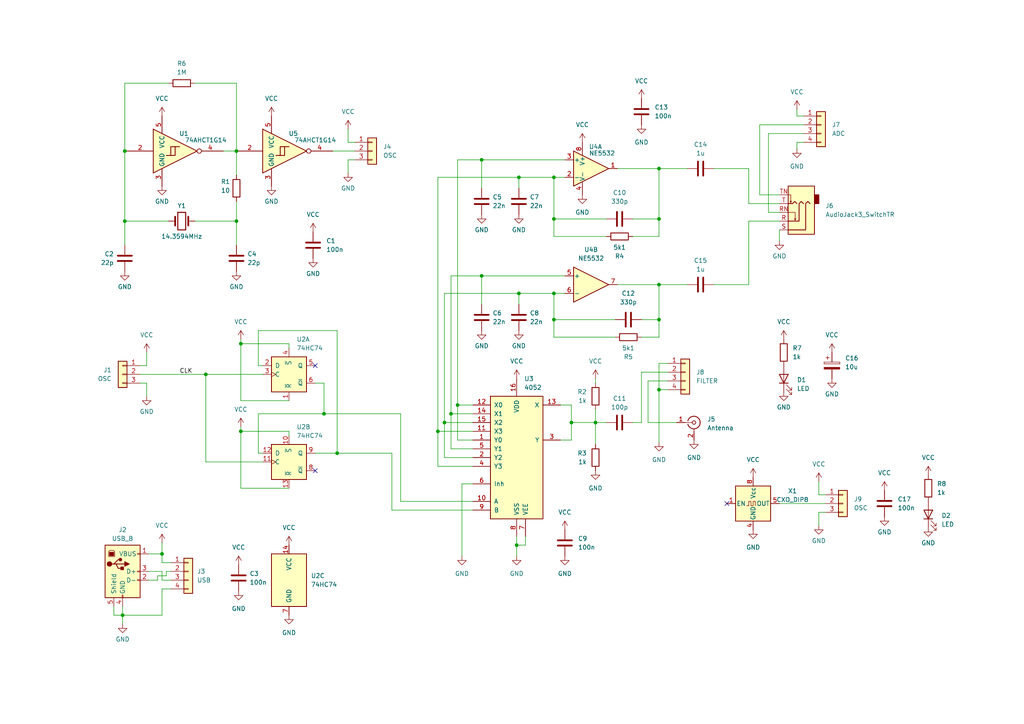
<source format=kicad_sch>
(kicad_sch (version 20230121) (generator eeschema)
  (paper "A4")
  (lib_symbols
    (symbol "4xxx:4052" (pin_names (offset 1.016))
      (property "Reference" "U" (at -7.62 19.05 0))
      (property "Value" "4052" (at -7.62 -19.05 0))
      (symbol "4052_1_0"
        (pin passive line (at -12.7 5.08 0) (length 5.08) (name "Y0") (number "1"))
        (pin input line (at -12.7 -12.7 0) (length 5.08) (name "A") (number "10"))
        (pin passive line (at -12.7 7.62 0) (length 5.08) (name "X3") (number "11"))
        (pin passive line (at -12.7 15.24 0) (length 5.08) (name "X0") (number "12"))
        (pin passive line (at 12.7 15.24 180) (length 5.08) (name "X") (number "13"))
        (pin passive line (at -12.7 12.7 0) (length 5.08) (name "X1") (number "14"))
        (pin passive line (at -12.7 10.16 0) (length 5.08) (name "X2") (number "15"))
        (pin power_in line (at 0 22.86 270) (length 5.08) (name "VDD") (number "16"))
        (pin passive line (at -12.7 0 0) (length 5.08) (name "Y2") (number "2"))
        (pin passive line (at 12.7 5.08 180) (length 5.08) (name "Y") (number "3"))
        (pin passive line (at -12.7 -2.54 0) (length 5.08) (name "Y3") (number "4"))
        (pin passive line (at -12.7 2.54 0) (length 5.08) (name "Y1") (number "5"))
        (pin input line (at -12.7 -7.62 0) (length 5.08) (name "Inh") (number "6"))
        (pin power_in line (at 2.54 -22.86 90) (length 5.08) (name "VEE") (number "7"))
        (pin power_in line (at 0 -22.86 90) (length 5.08) (name "VSS") (number "8"))
        (pin input line (at -12.7 -15.24 0) (length 5.08) (name "B") (number "9"))
      )
      (symbol "4052_1_1"
        (rectangle (start -7.62 17.78) (end 7.62 -17.78) (stroke (width 0.254)) (fill (type background)))
      )
    )
    (symbol "74xGxx:74AHCT1G14"
      (property "Reference" "U" (at -2.54 3.81 0))
      (property "Value" "74AHCT1G14" (at 0 -3.81 0))
      (symbol "74AHCT1G14_0_1"
        (polyline (pts (xy -2.54 -1.27) (xy -1.27 -1.27) (xy -1.27 1.27)) (stroke (width 0.254)) (fill (type background)))
        (polyline (pts (xy -7.62 6.35) (xy -7.62 -6.35) (xy 5.08 0) (xy -7.62 6.35)) (stroke (width 0.254)) (fill (type background)))
        (polyline (pts (xy -3.81 -1.27) (xy -2.54 -1.27) (xy -2.54 1.27) (xy 0 1.27)) (stroke (width 0.254)) (fill (type background)))
      )
      (symbol "74AHCT1G14_1_1"
        (pin input line (at -15.24 0 0) (length 7.62) (name "~") (number "2"))
        (pin power_in line (at -5.08 -10.16 90) (length 5.08) (name "GND") (number "3"))
        (pin output inverted (at 12.7 0 180) (length 7.62) (name "~") (number "4"))
        (pin power_in line (at -5.08 10.16 270) (length 5.08) (name "VCC") (number "5"))
      )
    )
    (symbol "74xx:74HC74" (pin_names (offset 1.016))
      (property "Reference" "U" (at -7.62 8.89 0))
      (property "Value" "74HC74" (at -7.62 -8.89 0))
      (symbol "74HC74_1_0"
        (pin input line (at 0 -7.62 90) (length 2.54) (name "~{R}") (number "1"))
        (pin input line (at -7.62 2.54 0) (length 2.54) (name "D") (number "2"))
        (pin input clock (at -7.62 0 0) (length 2.54) (name "C") (number "3"))
        (pin input line (at 0 7.62 270) (length 2.54) (name "~{S}") (number "4"))
        (pin output line (at 7.62 2.54 180) (length 2.54) (name "Q") (number "5"))
        (pin output line (at 7.62 -2.54 180) (length 2.54) (name "~{Q}") (number "6"))
      )
      (symbol "74HC74_1_1"
        (rectangle (start -5.08 5.08) (end 5.08 -5.08) (stroke (width 0.254)) (fill (type background)))
      )
      (symbol "74HC74_2_0"
        (pin input line (at 0 7.62 270) (length 2.54) (name "~{S}") (number "10"))
        (pin input clock (at -7.62 0 0) (length 2.54) (name "C") (number "11"))
        (pin input line (at -7.62 2.54 0) (length 2.54) (name "D") (number "12"))
        (pin input line (at 0 -7.62 90) (length 2.54) (name "~{R}") (number "13"))
        (pin output line (at 7.62 -2.54 180) (length 2.54) (name "~{Q}") (number "8"))
        (pin output line (at 7.62 2.54 180) (length 2.54) (name "Q") (number "9"))
      )
      (symbol "74HC74_2_1"
        (rectangle (start -5.08 5.08) (end 5.08 -5.08) (stroke (width 0.254)) (fill (type background)))
      )
      (symbol "74HC74_3_0"
        (pin power_in line (at 0 10.16 270) (length 2.54) (name "VCC") (number "14"))
        (pin power_in line (at 0 -10.16 90) (length 2.54) (name "GND") (number "7"))
      )
      (symbol "74HC74_3_1"
        (rectangle (start -5.08 7.62) (end 5.08 -7.62) (stroke (width 0.254)) (fill (type background)))
      )
    )
    (symbol "Amplifier_Operational:NE5532" (pin_names (offset 0.127))
      (property "Reference" "U" (at 0 5.08 0))
      (property "Value" "NE5532" (at 0 -5.08 0))
      (symbol "NE5532_1_1"
        (polyline (pts (xy -5.08 5.08) (xy 5.08 0) (xy -5.08 -5.08) (xy -5.08 5.08)) (stroke (width 0.254)) (fill (type background)))
        (pin output line (at 7.62 0 180) (length 2.54) (name "~") (number "1"))
        (pin input line (at -7.62 -2.54 0) (length 2.54) (name "-") (number "2"))
        (pin input line (at -7.62 2.54 0) (length 2.54) (name "+") (number "3"))
      )
      (symbol "NE5532_2_1"
        (polyline (pts (xy -5.08 5.08) (xy 5.08 0) (xy -5.08 -5.08) (xy -5.08 5.08)) (stroke (width 0.254)) (fill (type background)))
        (pin input line (at -7.62 2.54 0) (length 2.54) (name "+") (number "5"))
        (pin input line (at -7.62 -2.54 0) (length 2.54) (name "-") (number "6"))
        (pin output line (at 7.62 0 180) (length 2.54) (name "~") (number "7"))
      )
      (symbol "NE5532_3_1"
        (pin power_in line (at -2.54 -7.62 90) (length 3.81) (name "V-") (number "4"))
        (pin power_in line (at -2.54 7.62 270) (length 3.81) (name "V+") (number "8"))
      )
    )
    (symbol "Connector:Conn_Coaxial" (pin_names (offset 1.016) hide)
      (property "Reference" "J" (at 0.254 3.048 0))
      (property "Value" "Conn_Coaxial" (at 2.921 0 90))
      (symbol "Conn_Coaxial_0_1"
        (arc (start -1.778 -0.508) (mid 0.2311 -1.8066) (end 1.778 0) (stroke (width 0.254)))
        (polyline (pts (xy -2.54 0) (xy -0.508 0)))
        (polyline (pts (xy 0 -2.54) (xy 0 -1.778)))
        (circle (center 0 0) (radius 0.508) (stroke (width 0.2032)))
        (arc (start 1.778 0) (mid 0.2099 1.8101) (end -1.778 0.508) (stroke (width 0.254)))
      )
      (symbol "Conn_Coaxial_1_1"
        (pin passive line (at -5.08 0 0) (length 2.54) (name "In") (number "1"))
        (pin passive line (at 0 -5.08 90) (length 2.54) (name "Ext") (number "2"))
      )
    )
    (symbol "Connector:USB_B" (pin_names (offset 1.016))
      (property "Reference" "J" (at -5.08 11.43 0))
      (property "Value" "USB_B" (at -5.08 8.89 0))
      (symbol "USB_B_0_1"
        (rectangle (start -5.08 -7.62) (end 5.08 7.62) (stroke (width 0.254)) (fill (type background)))
        (circle (center -3.81 2.159) (radius 0.635) (stroke (width 0.254)) (fill (type outline)))
        (rectangle (start -3.81 5.588) (end -2.54 4.572) (fill (type outline)))
        (circle (center -0.635 3.429) (radius 0.381) (stroke (width 0.254)) (fill (type outline)))
        (rectangle (start -0.127 -7.62) (end 0.127 -6.858))
        (polyline (pts (xy -1.905 2.159) (xy 0.635 2.159)) (stroke (width 0.254)))
        (polyline (pts (xy -3.175 2.159) (xy -2.54 2.159) (xy -1.27 3.429) (xy -0.635 3.429)) (stroke (width 0.254)))
        (polyline (pts (xy -2.54 2.159) (xy -1.905 2.159) (xy -1.27 0.889) (xy 0 0.889)) (stroke (width 0.254)))
        (polyline (pts (xy 0.635 2.794) (xy 0.635 1.524) (xy 1.905 2.159) (xy 0.635 2.794)) (stroke (width 0.254)) (fill (type outline)))
        (polyline (pts (xy -4.064 4.318) (xy -2.286 4.318) (xy -2.286 5.715) (xy -2.667 6.096) (xy -3.683 6.096) (xy -4.064 5.715) (xy -4.064 4.318)))
        (rectangle (start 0.254 1.27) (end -0.508 0.508) (stroke (width 0.254)) (fill (type outline)))
        (rectangle (start 5.08 -2.667) (end 4.318 -2.413))
        (rectangle (start 5.08 -0.127) (end 4.318 0.127))
        (rectangle (start 5.08 4.953) (end 4.318 5.207))
      )
      (symbol "USB_B_1_1"
        (pin power_out line (at 7.62 5.08 180) (length 2.54) (name "VBUS") (number "1"))
        (pin bidirectional line (at 7.62 -2.54 180) (length 2.54) (name "D-") (number "2"))
        (pin bidirectional line (at 7.62 0 180) (length 2.54) (name "D+") (number "3"))
        (pin power_out line (at 0 -10.16 90) (length 2.54) (name "GND") (number "4"))
        (pin passive line (at -2.54 -10.16 90) (length 2.54) (name "Shield") (number "5"))
      )
    )
    (symbol "Connector_Audio:AudioJack3_SwitchTR"
      (property "Reference" "J" (at 0 8.89 0))
      (property "Value" "AudioJack3_SwitchTR" (at 0 6.35 0))
      (symbol "AudioJack3_SwitchTR_0_1"
        (rectangle (start -5.08 -5.08) (end -6.35 -7.62) (stroke (width 0.254)) (fill (type outline)))
        (polyline (pts (xy 0.508 -0.254) (xy 0.762 -0.762)))
        (polyline (pts (xy 1.778 -5.334) (xy 2.032 -5.842)))
        (polyline (pts (xy 0 -5.08) (xy 0.635 -5.715) (xy 1.27 -5.08) (xy 2.54 -5.08)) (stroke (width 0.254)))
        (polyline (pts (xy 2.54 -7.62) (xy 1.778 -7.62) (xy 1.778 -5.334) (xy 1.524 -5.842)))
        (polyline (pts (xy 2.54 -2.54) (xy 0.508 -2.54) (xy 0.508 -0.254) (xy 0.254 -0.762)))
        (polyline (pts (xy -1.905 -5.08) (xy -1.27 -5.715) (xy -0.635 -5.08) (xy -0.635 0) (xy 2.54 0)) (stroke (width 0.254)))
        (polyline (pts (xy 2.54 2.54) (xy -2.54 2.54) (xy -2.54 -5.08) (xy -3.175 -5.715) (xy -3.81 -5.08)) (stroke (width 0.254)))
        (rectangle (start 2.54 3.81) (end -5.08 -10.16) (stroke (width 0.254)) (fill (type background)))
      )
      (symbol "AudioJack3_SwitchTR_1_1"
        (pin passive line (at 5.08 0 180) (length 2.54) (name "~") (number "R"))
        (pin passive line (at 5.08 -2.54 180) (length 2.54) (name "~") (number "RN"))
        (pin passive line (at 5.08 2.54 180) (length 2.54) (name "~") (number "S"))
        (pin passive line (at 5.08 -5.08 180) (length 2.54) (name "~") (number "T"))
        (pin passive line (at 5.08 -7.62 180) (length 2.54) (name "~") (number "TN"))
      )
    )
    (symbol "Connector_Generic:Conn_01x03" (pin_names (offset 1.016) hide)
      (property "Reference" "J" (at 0 5.08 0))
      (property "Value" "Conn_01x03" (at 0 -5.08 0))
      (symbol "Conn_01x03_1_1"
        (rectangle (start -1.27 -2.413) (end 0 -2.667) (stroke (width 0.1524)))
        (rectangle (start -1.27 0.127) (end 0 -0.127) (stroke (width 0.1524)))
        (rectangle (start -1.27 2.667) (end 0 2.413) (stroke (width 0.1524)))
        (rectangle (start -1.27 3.81) (end 1.27 -3.81) (stroke (width 0.254)) (fill (type background)))
        (pin passive line (at -5.08 2.54 0) (length 3.81) (name "Pin_1") (number "1"))
        (pin passive line (at -5.08 0 0) (length 3.81) (name "Pin_2") (number "2"))
        (pin passive line (at -5.08 -2.54 0) (length 3.81) (name "Pin_3") (number "3"))
      )
    )
    (symbol "Connector_Generic:Conn_01x04" (pin_names (offset 1.016) hide)
      (property "Reference" "J" (at 0 5.08 0))
      (property "Value" "Conn_01x04" (at 0 -7.62 0))
      (symbol "Conn_01x04_1_1"
        (rectangle (start -1.27 -4.953) (end 0 -5.207) (stroke (width 0.1524)))
        (rectangle (start -1.27 -2.413) (end 0 -2.667) (stroke (width 0.1524)))
        (rectangle (start -1.27 0.127) (end 0 -0.127) (stroke (width 0.1524)))
        (rectangle (start -1.27 2.667) (end 0 2.413) (stroke (width 0.1524)))
        (rectangle (start -1.27 3.81) (end 1.27 -6.35) (stroke (width 0.254)) (fill (type background)))
        (pin passive line (at -5.08 2.54 0) (length 3.81) (name "Pin_1") (number "1"))
        (pin passive line (at -5.08 0 0) (length 3.81) (name "Pin_2") (number "2"))
        (pin passive line (at -5.08 -2.54 0) (length 3.81) (name "Pin_3") (number "3"))
        (pin passive line (at -5.08 -5.08 0) (length 3.81) (name "Pin_4") (number "4"))
      )
    )
    (symbol "Device:C" (pin_numbers hide) (pin_names (offset 0.254))
      (property "Reference" "C" (at 0.635 2.54 0))
      (property "Value" "C" (at 0.635 -2.54 0))
      (symbol "C_0_1"
        (polyline (pts (xy -2.032 -0.762) (xy 2.032 -0.762)) (stroke (width 0.508)))
        (polyline (pts (xy -2.032 0.762) (xy 2.032 0.762)) (stroke (width 0.508)))
      )
      (symbol "C_1_1"
        (pin passive line (at 0 3.81 270) (length 2.794) (name "~") (number "1"))
        (pin passive line (at 0 -3.81 90) (length 2.794) (name "~") (number "2"))
      )
    )
    (symbol "Device:C_Polarized" (pin_numbers hide) (pin_names (offset 0.254))
      (property "Reference" "C" (at 0.635 2.54 0))
      (property "Value" "C_Polarized" (at 0.635 -2.54 0))
      (symbol "C_Polarized_0_1"
        (rectangle (start -2.286 0.508) (end 2.286 1.016))
        (polyline (pts (xy -1.778 2.286) (xy -0.762 2.286)))
        (polyline (pts (xy -1.27 2.794) (xy -1.27 1.778)))
        (rectangle (start 2.286 -0.508) (end -2.286 -1.016) (fill (type outline)))
      )
      (symbol "C_Polarized_1_1"
        (pin passive line (at 0 3.81 270) (length 2.794) (name "~") (number "1"))
        (pin passive line (at 0 -3.81 90) (length 2.794) (name "~") (number "2"))
      )
    )
    (symbol "Device:Crystal" (pin_numbers hide) (pin_names (offset 1.016) hide)
      (property "Reference" "Y" (at 0 3.81 0))
      (property "Value" "Crystal" (at 0 -3.81 0))
      (symbol "Crystal_0_1"
        (rectangle (start -1.143 2.54) (end 1.143 -2.54) (stroke (width 0.3048)))
        (polyline (pts (xy -2.54 0) (xy -1.905 0)))
        (polyline (pts (xy -1.905 -1.27) (xy -1.905 1.27)) (stroke (width 0.508)))
        (polyline (pts (xy 1.905 -1.27) (xy 1.905 1.27)) (stroke (width 0.508)))
        (polyline (pts (xy 2.54 0) (xy 1.905 0)))
      )
      (symbol "Crystal_1_1"
        (pin passive line (at -3.81 0 0) (length 1.27) (name "1") (number "1"))
        (pin passive line (at 3.81 0 180) (length 1.27) (name "2") (number "2"))
      )
    )
    (symbol "Device:LED" (pin_numbers hide) (pin_names (offset 1.016) hide)
      (property "Reference" "D" (at 0 2.54 0))
      (property "Value" "LED" (at 0 -2.54 0))
      (symbol "LED_0_1"
        (polyline (pts (xy -1.27 -1.27) (xy -1.27 1.27)) (stroke (width 0.254)))
        (polyline (pts (xy -1.27 0) (xy 1.27 0)))
        (polyline (pts (xy 1.27 -1.27) (xy 1.27 1.27) (xy -1.27 0) (xy 1.27 -1.27)) (stroke (width 0.254)))
        (polyline (pts (xy -3.048 -0.762) (xy -4.572 -2.286) (xy -3.81 -2.286) (xy -4.572 -2.286) (xy -4.572 -1.524)))
        (polyline (pts (xy -1.778 -0.762) (xy -3.302 -2.286) (xy -2.54 -2.286) (xy -3.302 -2.286) (xy -3.302 -1.524)))
      )
      (symbol "LED_1_1"
        (pin passive line (at -3.81 0 0) (length 2.54) (name "K") (number "1"))
        (pin passive line (at 3.81 0 180) (length 2.54) (name "A") (number "2"))
      )
    )
    (symbol "Device:R" (pin_numbers hide) (pin_names (offset 0))
      (property "Reference" "R" (at 2.032 0 90))
      (property "Value" "R" (at 0 0 90))
      (symbol "R_0_1"
        (rectangle (start -1.016 -2.54) (end 1.016 2.54) (stroke (width 0.254)))
      )
      (symbol "R_1_1"
        (pin passive line (at 0 3.81 270) (length 1.27) (name "~") (number "1"))
        (pin passive line (at 0 -3.81 90) (length 1.27) (name "~") (number "2"))
      )
    )
    (symbol "Oscillator:CXO_DIP8" (pin_names (offset 0.254))
      (property "Reference" "X" (at -5.08 6.35 0))
      (property "Value" "CXO_DIP8" (at 1.27 -6.35 0))
      (symbol "CXO_DIP8_0_1"
        (rectangle (start -5.08 5.08) (end 5.08 -5.08) (stroke (width 0.254)) (fill (type background)))
        (polyline (pts (xy -1.905 -0.635) (xy -1.27 -0.635) (xy -1.27 0.635) (xy -0.635 0.635) (xy -0.635 -0.635) (xy 0 -0.635) (xy 0 0.635) (xy 0.635 0.635) (xy 0.635 -0.635)))
      )
      (symbol "CXO_DIP8_1_1"
        (pin input line (at -7.62 0 0) (length 2.54) (name "EN") (number "1"))
        (pin power_in line (at 0 -7.62 90) (length 2.54) (name "GND") (number "4"))
        (pin output line (at 7.62 0 180) (length 2.54) (name "OUT") (number "5"))
        (pin power_in line (at 0 7.62 270) (length 2.54) (name "Vcc") (number "8"))
      )
    )
    (symbol "power:GND" (power) (pin_names (offset 0))
      (property "Value" "GND" (at 0 -3.81 0))
      (symbol "GND_0_1"
        (polyline (pts (xy 0 0) (xy 0 -1.27) (xy 1.27 -1.27) (xy 0 -2.54) (xy -1.27 -1.27) (xy 0 -1.27)))
      )
      (symbol "GND_1_1"
        (pin power_in line (at 0 0 270) (length 0) hide (name "GND") (number "1"))
      )
    )
    (symbol "power:VCC" (power) (pin_names (offset 0))
      (property "Value" "VCC" (at 0 3.81 0))
      (symbol "VCC_0_1"
        (polyline (pts (xy -0.762 1.27) (xy 0 2.54)))
        (polyline (pts (xy 0 0) (xy 0 2.54)))
        (polyline (pts (xy 0 2.54) (xy 0.762 1.27)))
      )
      (symbol "VCC_1_1"
        (pin power_in line (at 0 0 90) (length 0) hide (name "VCC") (number "1"))
      )
    )
  )
  (junction (at 69.85 125.095))
  (junction (at 165.735 122.555))
  (junction (at 59.69 108.585))
  (junction (at 46.99 160.655))
  (junction (at 191.135 92.71))
  (junction (at 160.655 92.71))
  (junction (at 160.655 85.09))
  (junction (at 93.98 120.015))
  (junction (at 191.135 113.03))
  (junction (at 139.7 46.355))
  (junction (at 128.905 122.555))
  (junction (at 139.7 80.01))
  (junction (at 36.195 64.135))
  (junction (at 35.56 178.435))
  (junction (at 160.655 51.435))
  (junction (at 160.655 63.5))
  (junction (at 130.81 120.015))
  (junction (at 69.85 99.695))
  (junction (at 36.195 43.815))
  (junction (at 127 125.095))
  (junction (at 191.135 48.895))
  (junction (at 191.135 63.5))
  (junction (at 149.86 158.115))
  (junction (at 150.495 85.09))
  (junction (at 97.79 131.445))
  (junction (at 68.58 43.815))
  (junction (at 172.72 122.555))
  (junction (at 68.58 64.135))
  (junction (at 191.135 82.55))
  (junction (at 150.495 51.435))
  (junction (at 132.715 117.475))
  (no_connect (at 91.44 106.045))
  (no_connect (at 91.44 136.525))
  (no_connect (at 210.82 146.05))
  (wire (pts (xy 132.715 117.475) (xy 137.16 117.475)))
  (wire (pts (xy 165.735 117.475) (xy 165.735 122.555)))
  (wire (pts (xy 191.135 63.5) (xy 191.135 48.895)))
  (wire (pts (xy 46.99 160.655) (xy 46.99 157.48)))
  (wire (pts (xy 128.905 122.555) (xy 137.16 122.555)))
  (wire (pts (xy 83.82 126.365) (xy 83.82 125.095)))
  (wire (pts (xy 137.16 125.095) (xy 127 125.095)))
  (wire (pts (xy 83.82 100.965) (xy 83.82 99.695)))
  (wire (pts (xy 133.985 140.335) (xy 133.985 161.29)))
  (wire (pts (xy 97.79 95.885) (xy 97.79 131.445)))
  (wire (pts (xy 93.98 120.015) (xy 74.93 120.015)))
  (wire (pts (xy 48.26 165.735) (xy 49.53 165.735)))
  (wire (pts (xy 128.905 85.09) (xy 150.495 85.09)))
  (wire (pts (xy 193.675 110.49) (xy 187.96 110.49)))
  (wire (pts (xy 165.735 122.555) (xy 165.735 127.635)))
  (wire (pts (xy 137.16 127.635) (xy 132.715 127.635)))
  (wire (pts (xy 46.99 163.195) (xy 46.99 160.655)))
  (wire (pts (xy 42.545 102.235) (xy 42.545 106.045)))
  (wire (pts (xy 233.045 36.195) (xy 220.345 36.195)))
  (wire (pts (xy 217.17 64.135) (xy 226.06 64.135)))
  (wire (pts (xy 233.045 41.275) (xy 231.14 41.275)))
  (wire (pts (xy 187.96 110.49) (xy 187.96 122.555)))
  (wire (pts (xy 160.655 63.5) (xy 160.655 68.58)))
  (wire (pts (xy 74.93 131.445) (xy 76.2 131.445)))
  (wire (pts (xy 46.99 168.275) (xy 49.53 168.275)))
  (wire (pts (xy 152.4 158.115) (xy 149.86 158.115)))
  (wire (pts (xy 93.98 111.125) (xy 93.98 120.015)))
  (wire (pts (xy 132.715 127.635) (xy 132.715 117.475)))
  (wire (pts (xy 183.515 63.5) (xy 191.135 63.5)))
  (wire (pts (xy 191.135 105.41) (xy 193.675 105.41)))
  (wire (pts (xy 45.72 168.275) (xy 45.72 167.005)))
  (wire (pts (xy 76.2 133.985) (xy 59.69 133.985)))
  (wire (pts (xy 113.665 147.955) (xy 113.665 131.445)))
  (wire (pts (xy 191.135 113.03) (xy 191.135 105.41)))
  (wire (pts (xy 127 51.435) (xy 127 125.095)))
  (wire (pts (xy 178.435 92.71) (xy 160.655 92.71)))
  (wire (pts (xy 68.58 43.815) (xy 68.58 50.8)))
  (wire (pts (xy 69.85 98.425) (xy 69.85 99.695)))
  (wire (pts (xy 137.16 132.715) (xy 128.905 132.715)))
  (wire (pts (xy 35.56 175.895) (xy 35.56 178.435)))
  (wire (pts (xy 132.715 46.355) (xy 139.7 46.355)))
  (wire (pts (xy 149.86 158.115) (xy 149.86 161.29)))
  (wire (pts (xy 137.16 120.015) (xy 130.81 120.015)))
  (wire (pts (xy 165.735 122.555) (xy 172.72 122.555)))
  (wire (pts (xy 183.515 68.58) (xy 191.135 68.58)))
  (wire (pts (xy 40.64 108.585) (xy 59.69 108.585)))
  (wire (pts (xy 130.81 80.01) (xy 139.7 80.01)))
  (wire (pts (xy 68.58 64.135) (xy 68.58 71.12)))
  (wire (pts (xy 36.195 64.135) (xy 48.895 64.135)))
  (wire (pts (xy 83.82 125.095) (xy 69.85 125.095)))
  (wire (pts (xy 69.85 116.205) (xy 69.85 99.695)))
  (wire (pts (xy 130.81 120.015) (xy 130.81 80.01)))
  (wire (pts (xy 48.895 24.13) (xy 36.195 24.13)))
  (wire (pts (xy 149.86 155.575) (xy 149.86 158.115)))
  (wire (pts (xy 46.99 170.815) (xy 49.53 170.815)))
  (wire (pts (xy 186.055 97.79) (xy 191.135 97.79)))
  (wire (pts (xy 137.16 147.955) (xy 113.665 147.955)))
  (wire (pts (xy 237.49 148.59) (xy 237.49 152.4)))
  (wire (pts (xy 172.72 111.125) (xy 172.72 109.855)))
  (wire (pts (xy 191.135 113.03) (xy 193.675 113.03)))
  (wire (pts (xy 127 135.255) (xy 137.16 135.255)))
  (wire (pts (xy 68.58 24.13) (xy 68.58 43.815)))
  (wire (pts (xy 217.17 64.135) (xy 217.17 82.55)))
  (wire (pts (xy 74.93 95.885) (xy 74.93 106.045)))
  (wire (pts (xy 183.515 122.555) (xy 186.055 122.555)))
  (wire (pts (xy 175.895 63.5) (xy 160.655 63.5)))
  (wire (pts (xy 43.18 168.275) (xy 45.72 168.275)))
  (wire (pts (xy 36.195 43.815) (xy 36.83 43.815)))
  (wire (pts (xy 160.655 85.09) (xy 160.655 92.71)))
  (wire (pts (xy 139.7 80.01) (xy 163.83 80.01)))
  (wire (pts (xy 102.87 46.355) (xy 100.965 46.355)))
  (wire (pts (xy 172.72 118.745) (xy 172.72 122.555)))
  (wire (pts (xy 46.99 163.195) (xy 49.53 163.195)))
  (wire (pts (xy 102.87 41.275) (xy 100.965 41.275)))
  (wire (pts (xy 35.56 178.435) (xy 35.56 180.975)))
  (wire (pts (xy 231.14 31.75) (xy 231.14 33.655)))
  (wire (pts (xy 152.4 155.575) (xy 152.4 158.115)))
  (wire (pts (xy 36.195 43.815) (xy 36.195 64.135)))
  (wire (pts (xy 220.345 36.195) (xy 220.345 56.515)))
  (wire (pts (xy 46.99 178.435) (xy 35.56 178.435)))
  (wire (pts (xy 191.135 82.55) (xy 191.135 92.71)))
  (wire (pts (xy 231.14 33.655) (xy 233.045 33.655)))
  (wire (pts (xy 160.655 51.435) (xy 163.83 51.435)))
  (wire (pts (xy 56.515 24.13) (xy 68.58 24.13)))
  (wire (pts (xy 220.345 56.515) (xy 226.06 56.515)))
  (wire (pts (xy 36.195 64.135) (xy 36.195 71.12)))
  (wire (pts (xy 186.055 107.95) (xy 193.675 107.95)))
  (wire (pts (xy 191.135 92.71) (xy 191.135 97.79)))
  (wire (pts (xy 150.495 85.09) (xy 160.655 85.09)))
  (wire (pts (xy 59.69 133.985) (xy 59.69 108.585)))
  (wire (pts (xy 222.885 38.735) (xy 233.045 38.735)))
  (wire (pts (xy 69.85 123.825) (xy 69.85 125.095)))
  (wire (pts (xy 43.18 160.655) (xy 46.99 160.655)))
  (wire (pts (xy 139.7 46.355) (xy 139.7 54.61)))
  (wire (pts (xy 160.655 51.435) (xy 160.655 63.5)))
  (wire (pts (xy 186.055 92.71) (xy 191.135 92.71)))
  (wire (pts (xy 160.655 85.09) (xy 163.83 85.09)))
  (wire (pts (xy 150.495 85.09) (xy 150.495 88.265)))
  (wire (pts (xy 178.435 97.79) (xy 160.655 97.79)))
  (wire (pts (xy 36.195 24.13) (xy 36.195 43.815)))
  (wire (pts (xy 100.965 46.355) (xy 100.965 50.165)))
  (wire (pts (xy 175.895 68.58) (xy 160.655 68.58)))
  (wire (pts (xy 217.17 48.895) (xy 207.01 48.895)))
  (wire (pts (xy 83.82 141.605) (xy 69.85 141.605)))
  (wire (pts (xy 226.06 146.05) (xy 239.395 146.05)))
  (wire (pts (xy 132.715 117.475) (xy 132.715 46.355)))
  (wire (pts (xy 48.26 167.005) (xy 48.26 165.735)))
  (wire (pts (xy 128.905 132.715) (xy 128.905 122.555)))
  (wire (pts (xy 139.7 80.01) (xy 139.7 88.265)))
  (wire (pts (xy 116.205 120.015) (xy 93.98 120.015)))
  (wire (pts (xy 179.07 82.55) (xy 191.135 82.55)))
  (wire (pts (xy 137.16 140.335) (xy 133.985 140.335)))
  (wire (pts (xy 45.72 167.005) (xy 48.26 167.005)))
  (wire (pts (xy 130.81 120.015) (xy 130.81 130.175)))
  (wire (pts (xy 239.395 143.51) (xy 237.49 143.51)))
  (wire (pts (xy 172.72 122.555) (xy 175.895 122.555)))
  (wire (pts (xy 128.905 122.555) (xy 128.905 85.09)))
  (wire (pts (xy 162.56 117.475) (xy 165.735 117.475)))
  (wire (pts (xy 56.515 64.135) (xy 68.58 64.135)))
  (wire (pts (xy 96.52 43.815) (xy 102.87 43.815)))
  (wire (pts (xy 91.44 131.445) (xy 97.79 131.445)))
  (wire (pts (xy 130.81 130.175) (xy 137.16 130.175)))
  (wire (pts (xy 239.395 148.59) (xy 237.49 148.59)))
  (wire (pts (xy 97.79 95.885) (xy 74.93 95.885)))
  (wire (pts (xy 33.02 175.895) (xy 33.02 178.435)))
  (wire (pts (xy 42.545 111.125) (xy 42.545 114.935)))
  (wire (pts (xy 46.99 165.735) (xy 46.99 168.275)))
  (wire (pts (xy 33.02 178.435) (xy 35.56 178.435)))
  (wire (pts (xy 172.72 122.555) (xy 172.72 128.905)))
  (wire (pts (xy 68.58 58.42) (xy 68.58 64.135)))
  (wire (pts (xy 187.96 122.555) (xy 196.215 122.555)))
  (wire (pts (xy 116.205 145.415) (xy 116.205 120.015)))
  (wire (pts (xy 40.64 106.045) (xy 42.545 106.045)))
  (wire (pts (xy 222.885 61.595) (xy 222.885 38.735)))
  (wire (pts (xy 150.495 51.435) (xy 160.655 51.435)))
  (wire (pts (xy 46.99 170.815) (xy 46.99 178.435)))
  (wire (pts (xy 191.135 68.58) (xy 191.135 63.5)))
  (wire (pts (xy 237.49 139.7) (xy 237.49 143.51)))
  (wire (pts (xy 74.93 106.045) (xy 76.2 106.045)))
  (wire (pts (xy 186.055 122.555) (xy 186.055 107.95)))
  (wire (pts (xy 165.735 127.635) (xy 162.56 127.635)))
  (wire (pts (xy 217.17 59.055) (xy 217.17 48.895)))
  (wire (pts (xy 150.495 54.61) (xy 150.495 51.435)))
  (wire (pts (xy 113.665 131.445) (xy 97.79 131.445)))
  (wire (pts (xy 217.17 59.055) (xy 226.06 59.055)))
  (wire (pts (xy 64.77 43.815) (xy 68.58 43.815)))
  (wire (pts (xy 207.01 82.55) (xy 217.17 82.55)))
  (wire (pts (xy 100.965 37.465) (xy 100.965 41.275)))
  (wire (pts (xy 69.85 141.605) (xy 69.85 125.095)))
  (wire (pts (xy 191.135 82.55) (xy 199.39 82.55)))
  (wire (pts (xy 91.44 111.125) (xy 93.98 111.125)))
  (wire (pts (xy 231.14 41.275) (xy 231.14 43.18)))
  (wire (pts (xy 127 51.435) (xy 150.495 51.435)))
  (wire (pts (xy 83.82 116.205) (xy 69.85 116.205)))
  (wire (pts (xy 139.7 46.355) (xy 163.83 46.355)))
  (wire (pts (xy 226.06 61.595) (xy 222.885 61.595)))
  (wire (pts (xy 40.64 111.125) (xy 42.545 111.125)))
  (wire (pts (xy 43.18 165.735) (xy 46.99 165.735)))
  (wire (pts (xy 74.93 120.015) (xy 74.93 131.445)))
  (wire (pts (xy 83.82 99.695) (xy 69.85 99.695)))
  (wire (pts (xy 127 125.095) (xy 127 135.255)))
  (wire (pts (xy 59.69 108.585) (xy 76.2 108.585)))
  (wire (pts (xy 191.135 128.27) (xy 191.135 113.03)))
  (wire (pts (xy 160.655 92.71) (xy 160.655 97.79)))
  (wire (pts (xy 191.135 48.895) (xy 199.39 48.895)))
  (wire (pts (xy 226.06 66.675) (xy 226.06 69.85)))
  (wire (pts (xy 137.16 145.415) (xy 116.205 145.415)))
  (wire (pts (xy 179.07 48.895) (xy 191.135 48.895)))
  (label "CLK" (at 52.07 108.585 0))
  (symbol (lib_id "power:GND") (at 241.3 109.855 0) (unit 1)
    (property "Reference" "#PWR045" (effects hide))
    (property "Value" "GND" (at 241.3 114.3 0))
  )
  (symbol (lib_id "Connector_Generic:Conn_01x04") (at 54.61 165.735 0) (unit 1)
    (property "Reference" "J3" (at 57.15 165.735 0) (effects (justify left)))
    (property "Value" "USB" (at 57.15 168.275 0) (effects (justify left)))
    (property "Footprint" "Connector_PinHeader_2.54mm:PinHeader_1x04_P2.54mm_Vertical" (effects hide))
  )
  (symbol (lib_id "Device:C") (at 139.7 92.075 0) (unit 1)
    (property "Reference" "C6" (at 142.875 90.805 0) (effects (justify left)))
    (property "Value" "22n" (at 142.875 93.345 0) (effects (justify left)))
    (property "Footprint" "Capacitor_THT:C_Disc_D3.0mm_W1.6mm_P2.50mm" (effects hide))
  )
  (symbol (lib_id "power:GND") (at 163.83 161.29 0) (unit 1)
    (property "Reference" "#PWR027" (effects hide))
    (property "Value" "GND" (at 163.83 166.37 0))
  )
  (symbol (lib_id "power:GND") (at 90.805 74.93 0) (unit 1)
    (property "Reference" "#PWR03" (effects hide))
    (property "Value" "GND" (at 90.805 79.375 0))
  )
  (symbol (lib_id "Device:C") (at 150.495 92.075 0) (unit 1)
    (property "Reference" "C8" (at 153.67 90.805 0) (effects (justify left)))
    (property "Value" "22n" (at 153.67 93.345 0) (effects (justify left)))
    (property "Footprint" "Capacitor_THT:C_Disc_D3.0mm_W1.6mm_P2.50mm" (effects hide))
  )
  (symbol (lib_id "Device:C") (at 68.58 74.93 0) (unit 1)
    (property "Reference" "C4" (at 71.755 73.66 0) (effects (justify left)))
    (property "Value" "22p" (at 71.755 76.2 0) (effects (justify left)))
    (property "Footprint" "Capacitor_SMD:C_0805_2012Metric_Pad1.18x1.45mm_HandSolder" (effects hide))
  )
  (symbol (lib_id "power:VCC") (at 46.99 157.48 0) (unit 1)
    (property "Reference" "#PWR06" (effects hide))
    (property "Value" "VCC" (at 46.99 152.4 0))
  )
  (symbol (lib_id "Device:C") (at 179.705 63.5 90) (mirror x) (unit 1)
    (property "Reference" "C10" (at 179.705 55.88 90))
    (property "Value" "330p" (at 179.705 58.42 90))
    (property "Footprint" "Capacitor_THT:C_Disc_D3.0mm_W1.6mm_P2.50mm" (effects hide))
  )
  (symbol (lib_id "power:GND") (at 150.495 62.23 0) (unit 1)
    (property "Reference" "#PWR024" (effects hide))
    (property "Value" "GND" (at 150.495 66.675 0))
  )
  (symbol (lib_id "74xx:74HC74") (at 83.82 108.585 0) (unit 1)
    (property "Reference" "U2" (at 86.0141 98.425 0) (effects (justify left)))
    (property "Value" "74HC74" (at 86.0141 100.965 0) (effects (justify left)))
    (property "Footprint" "Package_DIP:DIP-14_W7.62mm_Socket_LongPads" (effects hide))
    (property "Datasheet" "74xx/74hc_hct74.pdf" (effects hide))
  )
  (symbol (lib_id "Device:R") (at 182.245 97.79 270) (unit 1)
    (property "Reference" "R5" (at 182.245 103.505 90))
    (property "Value" "5k1" (at 182.245 100.965 90))
    (property "Footprint" "Resistor_THT:R_Axial_DIN0204_L3.6mm_D1.6mm_P5.08mm_Horizontal" (effects hide))
  )
  (symbol (lib_id "power:VCC") (at 237.49 139.7 0) (unit 1)
    (property "Reference" "#PWR047" (effects hide))
    (property "Value" "VCC" (at 237.49 134.62 0))
  )
  (symbol (lib_id "Device:R") (at 172.72 132.715 0) (mirror y) (unit 1)
    (property "Reference" "R3" (at 170.18 131.445 0) (effects (justify left)))
    (property "Value" "1k" (at 170.18 133.985 0) (effects (justify left)))
    (property "Footprint" "Resistor_THT:R_Axial_DIN0204_L3.6mm_D1.6mm_P5.08mm_Horizontal" (effects hide))
  )
  (symbol (lib_id "power:GND") (at 139.7 62.23 0) (unit 1)
    (property "Reference" "#PWR020" (effects hide))
    (property "Value" "GND" (at 139.7 66.675 0))
  )
  (symbol (lib_id "power:VCC") (at 69.85 123.825 0) (unit 1)
    (property "Reference" "#PWR014" (effects hide))
    (property "Value" "VCC" (at 69.85 118.745 0))
  )
  (symbol (lib_id "Device:C") (at 203.2 48.895 90) (unit 1)
    (property "Reference" "C14" (at 203.2 41.91 90))
    (property "Value" "1u" (at 203.2 44.45 90))
    (property "Footprint" "Capacitor_SMD:C_0805_2012Metric_Pad1.18x1.45mm_HandSolder" (effects hide))
  )
  (symbol (lib_id "power:VCC") (at 90.805 67.31 0) (unit 1)
    (property "Reference" "#PWR02" (effects hide))
    (property "Value" "VCC" (at 90.805 62.23 0))
  )
  (symbol (lib_id "power:GND") (at 78.74 53.975 0) (unit 1)
    (property "Reference" "#PWR09" (effects hide))
    (property "Value" "GND" (at 78.74 58.42 0))
  )
  (symbol (lib_id "Device:C") (at 69.215 167.64 0) (unit 1)
    (property "Reference" "C3" (at 72.39 166.37 0) (effects (justify left)))
    (property "Value" "100n" (at 72.39 168.91 0) (effects (justify left)))
    (property "Footprint" "Capacitor_SMD:C_0805_2012Metric_Pad1.18x1.45mm_HandSolder" (effects hide))
  )
  (symbol (lib_id "power:GND") (at 191.135 128.27 0) (unit 1)
    (property "Reference" "#PWR038" (effects hide))
    (property "Value" "GND" (at 191.135 133.35 0))
  )
  (symbol (lib_id "Device:C") (at 139.7 58.42 0) (unit 1)
    (property "Reference" "C5" (at 142.875 57.15 0) (effects (justify left)))
    (property "Value" "22n" (at 142.875 59.69 0) (effects (justify left)))
    (property "Footprint" "Capacitor_THT:C_Disc_D3.0mm_W1.6mm_P2.50mm" (effects hide))
  )
  (symbol (lib_id "74xGxx:74AHCT1G14") (at 83.82 43.815 0) (unit 1)
    (property "Reference" "U5" (at 85.09 38.735 0))
    (property "Value" "74AHCT1G14" (at 91.44 40.64 0))
    (property "Footprint" "Package_TO_SOT_SMD:SOT-23-5" (effects hide))
    (property "Datasheet" "http://www.ti.com/lit/sg/scyt129e/scyt129e.pdf" (effects hide))
  )
  (symbol (lib_id "power:GND") (at 36.195 78.74 0) (unit 1)
    (property "Reference" "#PWR07" (effects hide))
    (property "Value" "GND" (at 36.195 83.185 0))
  )
  (symbol (lib_id "Device:C") (at 182.245 92.71 90) (mirror x) (unit 1)
    (property "Reference" "C12" (at 182.245 85.09 90))
    (property "Value" "330p" (at 182.245 87.63 90))
    (property "Footprint" "Capacitor_THT:C_Disc_D3.0mm_W1.6mm_P2.50mm" (effects hide))
  )
  (symbol (lib_id "Amplifier_Operational:NE5532") (at 171.45 48.895 0) (unit 3)
    (property "Reference" "U4" (effects hide))
    (property "Value" "NE5532" (effects hide))
    (property "Footprint" "Package_DIP:DIP-8_W7.62mm_Socket_LongPads" (effects hide))
    (property "Datasheet" "http://www.ti.com/lit/ds/symlink/ne5532.pdf" (effects hide))
  )
  (symbol (lib_id "power:GND") (at 231.14 43.18 0) (unit 1)
    (property "Reference" "#PWR037" (effects hide))
    (property "Value" "GND" (at 231.14 48.26 0))
  )
  (symbol (lib_id "Connector_Generic:Conn_01x03") (at 107.95 43.815 0) (unit 1)
    (property "Reference" "J4" (at 111.125 42.545 0) (effects (justify left)))
    (property "Value" "OSC" (at 111.125 45.085 0) (effects (justify left)))
    (property "Footprint" "Connector_PinSocket_2.54mm:PinSocket_1x03_P2.54mm_Vertical" (effects hide))
  )
  (symbol (lib_id "power:VCC") (at 83.82 158.115 0) (unit 1)
    (property "Reference" "#PWR015" (effects hide))
    (property "Value" "VCC" (at 83.82 153.035 0))
  )
  (symbol (lib_id "power:GND") (at 172.72 136.525 0) (unit 1)
    (property "Reference" "#PWR031" (effects hide))
    (property "Value" "GND" (at 172.72 141.605 0))
  )
  (symbol (lib_id "74xx:74HC74") (at 83.82 133.985 0) (unit 2)
    (property "Reference" "U2" (at 86.0141 123.825 0) (effects (justify left)))
    (property "Value" "74HC74" (at 86.0141 126.365 0) (effects (justify left)))
    (property "Footprint" "Package_DIP:DIP-14_W7.62mm_Socket_LongPads" (effects hide))
    (property "Datasheet" "74xx/74hc_hct74.pdf" (effects hide))
  )
  (symbol (lib_id "Device:C") (at 179.705 122.555 90) (unit 1)
    (property "Reference" "C11" (at 179.705 115.57 90))
    (property "Value" "100p" (at 179.705 118.11 90))
    (property "Footprint" "Capacitor_THT:C_Disc_D3.0mm_W1.6mm_P2.50mm" (effects hide))
  )
  (symbol (lib_id "Device:C") (at 203.2 82.55 90) (unit 1)
    (property "Reference" "C15" (at 203.2 75.565 90))
    (property "Value" "1u" (at 203.2 78.105 90))
    (property "Footprint" "Capacitor_SMD:C_0805_2012Metric_Pad1.18x1.45mm_HandSolder" (effects hide))
  )
  (symbol (lib_id "power:GND") (at 133.985 161.29 0) (unit 1)
    (property "Reference" "#PWR019" (effects hide))
    (property "Value" "GND" (at 133.985 166.37 0))
  )
  (symbol (lib_id "Connector_Audio:AudioJack3_SwitchTR") (at 231.14 64.135 180) (unit 1)
    (property "Reference" "J6" (at 239.395 59.69 0) (effects (justify right)))
    (property "Value" "AudioJack3_SwitchTR" (at 239.395 62.23 0) (effects (justify right)))
    (property "Footprint" "Connector_Audio:Jack_3.5mm_CUI_SJ1-3525N_Horizontal" (effects hide))
  )
  (symbol (lib_id "power:GND") (at 46.99 53.975 0) (unit 1)
    (property "Reference" "#PWR041" (effects hide))
    (property "Value" "GND" (at 46.99 58.42 0))
  )
  (symbol (lib_id "Device:R") (at 68.58 54.61 0) (mirror y) (unit 1)
    (property "Reference" "R1" (at 65.405 52.705 0))
    (property "Value" "10" (at 65.405 55.245 0))
    (property "Footprint" "Resistor_SMD:R_0805_2012Metric_Pad1.20x1.40mm_HandSolder" (effects hide))
  )
  (symbol (lib_id "power:VCC") (at 241.3 102.235 0) (unit 1)
    (property "Reference" "#PWR046" (effects hide))
    (property "Value" "VCC" (at 241.3 97.155 0))
  )
  (symbol (lib_id "power:VCC") (at 186.055 28.575 0) (unit 1)
    (property "Reference" "#PWR032" (effects hide))
    (property "Value" "VCC" (at 186.055 23.495 0))
  )
  (symbol (lib_id "Oscillator:CXO_DIP8") (at 218.44 146.05 0) (unit 1)
    (property "Reference" "X1" (at 229.87 142.4021 0))
    (property "Value" "CXO_DIP8" (at 229.87 144.9421 0))
    (property "Footprint" "Oscillator:Oscillator_DIP-8" (effects hide))
    (property "Datasheet" "http://cdn-reichelt.de/documents/datenblatt/B400/OSZI.pdf" (effects hide))
  )
  (symbol (lib_id "Device:LED") (at 269.24 149.225 90) (unit 1)
    (property "Reference" "D2" (at 273.05 149.5425 90) (effects (justify right)))
    (property "Value" "LED" (at 273.05 152.0825 90) (effects (justify right)))
    (property "Footprint" "LED_SMD:LED_0805_2012Metric_Pad1.15x1.40mm_HandSolder" (effects hide))
  )
  (symbol (lib_id "Connector:USB_B") (at 35.56 165.735 0) (unit 1)
    (property "Reference" "J2" (at 35.56 153.67 0))
    (property "Value" "USB_B" (at 35.56 156.21 0))
    (property "Footprint" "Connector_USB:USB_B_Lumberg_2411_02_Horizontal" (effects hide))
    (property "Datasheet" " ~" (effects hide))
  )
  (symbol (lib_id "Connector_Generic:Conn_01x04") (at 198.755 107.95 0) (unit 1)
    (property "Reference" "J8" (at 201.93 107.95 0) (effects (justify left)))
    (property "Value" "FILTER" (at 201.93 110.49 0) (effects (justify left)))
    (property "Footprint" "Connector_PinHeader_2.54mm:PinHeader_1x04_P2.54mm_Vertical" (effects hide))
  )
  (symbol (lib_id "power:VCC") (at 46.99 33.655 0) (unit 1)
    (property "Reference" "#PWR042" (effects hide))
    (property "Value" "VCC" (at 46.99 28.575 0))
  )
  (symbol (lib_id "power:GND") (at 69.215 171.45 0) (unit 1)
    (property "Reference" "#PWR011" (effects hide))
    (property "Value" "GND" (at 69.215 176.53 0))
  )
  (symbol (lib_id "Connector_Generic:Conn_01x04") (at 238.125 36.195 0) (unit 1)
    (property "Reference" "J7" (at 241.3 36.195 0) (effects (justify left)))
    (property "Value" "ADC" (at 241.3 38.735 0) (effects (justify left)))
    (property "Footprint" "Connector_PinHeader_2.54mm:PinHeader_1x04_P2.54mm_Vertical" (effects hide))
  )
  (symbol (lib_id "power:VCC") (at 163.83 153.67 0) (unit 1)
    (property "Reference" "#PWR026" (effects hide))
    (property "Value" "VCC" (at 163.83 148.59 0))
  )
  (symbol (lib_id "Device:C") (at 90.805 71.12 0) (unit 1)
    (property "Reference" "C1" (at 94.615 69.85 0) (effects (justify left)))
    (property "Value" "100n" (at 94.615 72.39 0) (effects (justify left)))
    (property "Footprint" "Capacitor_SMD:C_0805_2012Metric_Pad1.18x1.45mm_HandSolder" (effects hide))
  )
  (symbol (lib_id "power:GND") (at 218.44 153.67 0) (unit 1)
    (property "Reference" "#PWR039" (effects hide))
    (property "Value" "GND" (at 218.44 158.75 0))
  )
  (symbol (lib_id "power:GND") (at 42.545 114.935 0) (mirror y) (unit 1)
    (property "Reference" "#PWR05" (effects hide))
    (property "Value" "GND" (at 42.545 119.38 0))
  )
  (symbol (lib_id "power:VCC") (at 218.44 138.43 0) (unit 1)
    (property "Reference" "#PWR040" (effects hide))
    (property "Value" "VCC" (at 218.44 133.35 0))
  )
  (symbol (lib_id "4xxx:4052") (at 149.86 132.715 0) (unit 1)
    (property "Reference" "U3" (at 152.0541 109.855 0) (effects (justify left)))
    (property "Value" "4052" (at 152.0541 112.395 0) (effects (justify left)))
    (property "Footprint" "Package_DIP:DIP-16_W7.62mm_Socket_LongPads" (effects hide))
    (property "Datasheet" "http://www.intersil.com/content/dam/Intersil/documents/cd40/cd4051bms-52bms-53bms.pdf" (effects hide))
  )
  (symbol (lib_id "power:VCC") (at 69.215 163.83 0) (unit 1)
    (property "Reference" "#PWR010" (effects hide))
    (property "Value" "VCC" (at 69.215 158.75 0))
  )
  (symbol (lib_id "Device:C") (at 150.495 58.42 0) (unit 1)
    (property "Reference" "C7" (at 153.67 57.15 0) (effects (justify left)))
    (property "Value" "22n" (at 153.67 59.69 0) (effects (justify left)))
    (property "Footprint" "Capacitor_THT:C_Disc_D3.0mm_W1.6mm_P2.50mm" (effects hide))
  )
  (symbol (lib_id "power:VCC") (at 269.24 137.795 0) (unit 1)
    (property "Reference" "#PWR051" (effects hide))
    (property "Value" "VCC" (at 269.24 132.715 0))
  )
  (symbol (lib_id "power:VCC") (at 149.86 109.855 0) (unit 1)
    (property "Reference" "#PWR022" (effects hide))
    (property "Value" "VCC" (at 149.86 104.775 0))
  )
  (symbol (lib_id "Connector_Generic:Conn_01x03") (at 244.475 146.05 0) (unit 1)
    (property "Reference" "J9" (at 247.65 144.78 0) (effects (justify left)))
    (property "Value" "OSC" (at 247.65 147.32 0) (effects (justify left)))
    (property "Footprint" "Connector_PinSocket_2.54mm:PinSocket_1x03_P2.54mm_Vertical" (effects hide))
  )
  (symbol (lib_id "Device:C") (at 256.54 146.05 0) (unit 1)
    (property "Reference" "C17" (at 260.35 144.78 0) (effects (justify left)))
    (property "Value" "100n" (at 260.35 147.32 0) (effects (justify left)))
    (property "Footprint" "Capacitor_SMD:C_0805_2012Metric_Pad1.18x1.45mm_HandSolder" (effects hide))
  )
  (symbol (lib_id "power:VCC") (at 231.14 31.75 0) (unit 1)
    (property "Reference" "#PWR036" (effects hide))
    (property "Value" "VCC" (at 231.14 26.67 0))
  )
  (symbol (lib_id "74xGxx:74AHCT1G14") (at 52.07 43.815 0) (unit 1)
    (property "Reference" "U1" (at 53.34 38.735 0))
    (property "Value" "74AHCT1G14" (at 59.69 40.64 0))
    (property "Footprint" "Package_TO_SOT_SMD:SOT-23-5" (effects hide))
    (property "Datasheet" "http://www.ti.com/lit/sg/scyt129e/scyt129e.pdf" (effects hide))
  )
  (symbol (lib_id "power:GND") (at 100.965 50.165 0) (unit 1)
    (property "Reference" "#PWR018" (effects hide))
    (property "Value" "GND" (at 100.965 54.61 0))
  )
  (symbol (lib_id "Device:C") (at 163.83 157.48 180) (unit 1)
    (property "Reference" "C9" (at 167.64 156.21 0) (effects (justify right)))
    (property "Value" "100n" (at 167.64 158.75 0) (effects (justify right)))
    (property "Footprint" "Capacitor_SMD:C_0805_2012Metric_Pad1.18x1.45mm_HandSolder" (effects hide))
  )
  (symbol (lib_id "Device:LED") (at 227.33 109.855 90) (unit 1)
    (property "Reference" "D1" (at 231.14 110.1725 90) (effects (justify right)))
    (property "Value" "LED" (at 231.14 112.7125 90) (effects (justify right)))
    (property "Footprint" "LED_THT:LED_D3.0mm" (effects hide))
  )
  (symbol (lib_id "Connector:Conn_Coaxial") (at 201.295 122.555 0) (unit 1)
    (property "Reference" "J5" (at 205.105 121.5782 0) (effects (justify left)))
    (property "Value" "Antenna" (at 205.105 124.1182 0) (effects (justify left)))
    (property "Footprint" "Connector_Coaxial:SMA_Amphenol_901-143_Horizontal" (effects hide))
    (property "Datasheet" " ~" (effects hide))
  )
  (symbol (lib_id "power:VCC") (at 227.33 98.425 0) (unit 1)
    (property "Reference" "#PWR044" (effects hide))
    (property "Value" "VCC" (at 227.33 93.345 0))
  )
  (symbol (lib_id "power:GND") (at 35.56 180.975 0) (unit 1)
    (property "Reference" "#PWR01" (effects hide))
    (property "Value" "GND" (at 35.56 185.42 0))
  )
  (symbol (lib_id "power:GND") (at 186.055 36.195 0) (unit 1)
    (property "Reference" "#PWR033" (effects hide))
    (property "Value" "GND" (at 186.055 41.275 0))
  )
  (symbol (lib_id "power:GND") (at 168.91 56.515 0) (unit 1)
    (property "Reference" "#PWR029" (effects hide))
    (property "Value" "GND" (at 168.91 61.595 0))
  )
  (symbol (lib_id "Device:R") (at 52.705 24.13 90) (unit 1)
    (property "Reference" "R6" (at 52.705 18.415 90))
    (property "Value" "1M" (at 52.705 20.955 90))
    (property "Footprint" "Resistor_SMD:R_0805_2012Metric_Pad1.20x1.40mm_HandSolder" (effects hide))
  )
  (symbol (lib_id "Connector_Generic:Conn_01x03") (at 35.56 108.585 0) (mirror y) (unit 1)
    (property "Reference" "J1" (at 32.385 107.315 0) (effects (justify left)))
    (property "Value" "OSC" (at 32.385 109.855 0) (effects (justify left)))
    (property "Footprint" "Connector_PinHeader_2.54mm:PinHeader_1x03_P2.54mm_Vertical" (effects hide))
  )
  (symbol (lib_id "Device:R") (at 172.72 114.935 0) (mirror y) (unit 1)
    (property "Reference" "R2" (at 170.18 113.665 0) (effects (justify left)))
    (property "Value" "1k" (at 170.18 116.205 0) (effects (justify left)))
    (property "Footprint" "Resistor_THT:R_Axial_DIN0204_L3.6mm_D1.6mm_P5.08mm_Horizontal" (effects hide))
  )
  (symbol (lib_id "power:VCC") (at 78.74 33.655 0) (unit 1)
    (property "Reference" "#PWR08" (effects hide))
    (property "Value" "VCC" (at 78.74 28.575 0))
  )
  (symbol (lib_id "74xx:74HC74") (at 83.82 168.275 0) (unit 3)
    (property "Reference" "U2" (at 90.17 167.005 0) (effects (justify left)))
    (property "Value" "74HC74" (at 90.17 169.545 0) (effects (justify left)))
    (property "Footprint" "Package_DIP:DIP-14_W7.62mm_Socket_LongPads" (effects hide))
    (property "Datasheet" "74xx/74hc_hct74.pdf" (effects hide))
  )
  (symbol (lib_id "power:VCC") (at 100.965 37.465 0) (unit 1)
    (property "Reference" "#PWR017" (effects hide))
    (property "Value" "VCC" (at 100.965 32.385 0))
  )
  (symbol (lib_id "Device:C_Polarized") (at 241.3 106.045 0) (unit 1)
    (property "Reference" "C16" (at 245.11 103.886 0) (effects (justify left)))
    (property "Value" "10u" (at 245.11 106.426 0) (effects (justify left)))
    (property "Footprint" "Capacitor_THT:CP_Radial_D5.0mm_P2.50mm" (effects hide))
  )
  (symbol (lib_id "power:GND") (at 83.82 178.435 0) (unit 1)
    (property "Reference" "#PWR016" (effects hide))
    (property "Value" "GND" (at 83.82 183.515 0))
  )
  (symbol (lib_id "power:GND") (at 237.49 152.4 0) (unit 1)
    (property "Reference" "#PWR048" (effects hide))
    (property "Value" "GND" (at 237.49 156.845 0))
  )
  (symbol (lib_id "power:GND") (at 227.33 113.665 0) (unit 1)
    (property "Reference" "#PWR043" (effects hide))
    (property "Value" "GND" (at 227.33 118.11 0))
  )
  (symbol (lib_id "power:GND") (at 201.295 127.635 0) (unit 1)
    (property "Reference" "#PWR034" (effects hide))
    (property "Value" "GND" (at 201.295 132.715 0))
  )
  (symbol (lib_id "power:VCC") (at 256.54 142.24 0) (unit 1)
    (property "Reference" "#PWR049" (effects hide))
    (property "Value" "VCC" (at 256.54 137.16 0))
  )
  (symbol (lib_id "power:GND") (at 256.54 149.86 0) (unit 1)
    (property "Reference" "#PWR050" (effects hide))
    (property "Value" "GND" (at 256.54 154.305 0))
  )
  (symbol (lib_id "Device:R") (at 269.24 141.605 0) (unit 1)
    (property "Reference" "R8" (at 271.78 140.335 0) (effects (justify left)))
    (property "Value" "1k" (at 271.78 142.875 0) (effects (justify left)))
    (property "Footprint" "Resistor_SMD:R_0805_2012Metric_Pad1.20x1.40mm_HandSolder" (effects hide))
  )
  (symbol (lib_id "power:GND") (at 68.58 78.74 0) (unit 1)
    (property "Reference" "#PWR012" (effects hide))
    (property "Value" "GND" (at 68.58 83.185 0))
  )
  (symbol (lib_id "Amplifier_Operational:NE5532") (at 171.45 82.55 0) (unit 2)
    (property "Reference" "U4" (at 171.45 72.39 0))
    (property "Value" "NE5532" (at 171.45 74.93 0))
    (property "Footprint" "Package_DIP:DIP-8_W7.62mm_Socket_LongPads" (effects hide))
    (property "Datasheet" "http://www.ti.com/lit/ds/symlink/ne5532.pdf" (effects hide))
  )
  (symbol (lib_id "power:GND") (at 226.06 69.85 0) (unit 1)
    (property "Reference" "#PWR035" (effects hide))
    (property "Value" "GND" (at 226.06 74.295 0))
  )
  (symbol (lib_id "Amplifier_Operational:NE5532") (at 171.45 48.895 0) (unit 1)
    (property "Reference" "U4" (at 172.72 42.545 0))
    (property "Value" "NE5532" (at 174.625 44.45 0))
    (property "Footprint" "Package_DIP:DIP-8_W7.62mm_Socket_LongPads" (effects hide))
    (property "Datasheet" "http://www.ti.com/lit/ds/symlink/ne5532.pdf" (effects hide))
  )
  (symbol (lib_id "power:VCC") (at 69.85 98.425 0) (unit 1)
    (property "Reference" "#PWR013" (effects hide))
    (property "Value" "VCC" (at 69.85 93.345 0))
  )
  (symbol (lib_id "power:GND") (at 150.495 95.885 0) (unit 1)
    (property "Reference" "#PWR025" (effects hide))
    (property "Value" "GND" (at 150.495 100.33 0))
  )
  (symbol (lib_id "power:GND") (at 269.24 153.035 0) (unit 1)
    (property "Reference" "#PWR052" (effects hide))
    (property "Value" "GND" (at 269.24 157.48 0))
  )
  (symbol (lib_id "Device:Crystal") (at 52.705 64.135 0) (mirror x) (unit 1)
    (property "Reference" "Y1" (at 52.705 59.69 0))
    (property "Value" "14.3594MHz" (at 52.705 68.58 0))
    (property "Footprint" "Crystal:Crystal_HC49-4H_Vertical" (effects hide))
  )
  (symbol (lib_id "Device:C") (at 36.195 74.93 0) (mirror y) (unit 1)
    (property "Reference" "C2" (at 33.02 73.66 0) (effects (justify left)))
    (property "Value" "22p" (at 33.02 76.2 0) (effects (justify left)))
    (property "Footprint" "Capacitor_SMD:C_0805_2012Metric_Pad1.18x1.45mm_HandSolder" (effects hide))
  )
  (symbol (lib_id "Device:R") (at 179.705 68.58 270) (unit 1)
    (property "Reference" "R4" (at 179.705 74.295 90))
    (property "Value" "5k1" (at 179.705 71.755 90))
    (property "Footprint" "Resistor_THT:R_Axial_DIN0204_L3.6mm_D1.6mm_P5.08mm_Horizontal" (effects hide))
  )
  (symbol (lib_id "power:VCC") (at 42.545 102.235 0) (mirror y) (unit 1)
    (property "Reference" "#PWR04" (effects hide))
    (property "Value" "VCC" (at 42.545 97.155 0))
  )
  (symbol (lib_id "Device:R") (at 227.33 102.235 0) (unit 1)
    (property "Reference" "R7" (at 229.87 100.965 0) (effects (justify left)))
    (property "Value" "1k" (at 229.87 103.505 0) (effects (justify left)))
    (property "Footprint" "Resistor_SMD:R_0805_2012Metric_Pad1.20x1.40mm_HandSolder" (effects hide))
  )
  (symbol (lib_id "power:VCC") (at 168.91 41.275 0) (unit 1)
    (property "Reference" "#PWR028" (effects hide))
    (property "Value" "VCC" (at 168.91 36.195 0))
  )
  (symbol (lib_id "power:GND") (at 139.7 95.885 0) (unit 1)
    (property "Reference" "#PWR021" (effects hide))
    (property "Value" "GND" (at 139.7 100.33 0))
  )
  (symbol (lib_id "Device:C") (at 186.055 32.385 180) (unit 1)
    (property "Reference" "C13" (at 189.865 31.115 0) (effects (justify right)))
    (property "Value" "100n" (at 189.865 33.655 0) (effects (justify right)))
    (property "Footprint" "Capacitor_SMD:C_0805_2012Metric_Pad1.18x1.45mm_HandSolder" (effects hide))
  )
  (symbol (lib_id "power:GND") (at 149.86 161.29 0) (unit 1)
    (property "Reference" "#PWR023" (effects hide))
    (property "Value" "GND" (at 149.86 166.37 0))
  )
  (symbol (lib_id "power:VCC") (at 172.72 109.855 0) (unit 1)
    (property "Reference" "#PWR030" (effects hide))
    (property "Value" "VCC" (at 172.72 104.775 0))
  )
)
</source>
